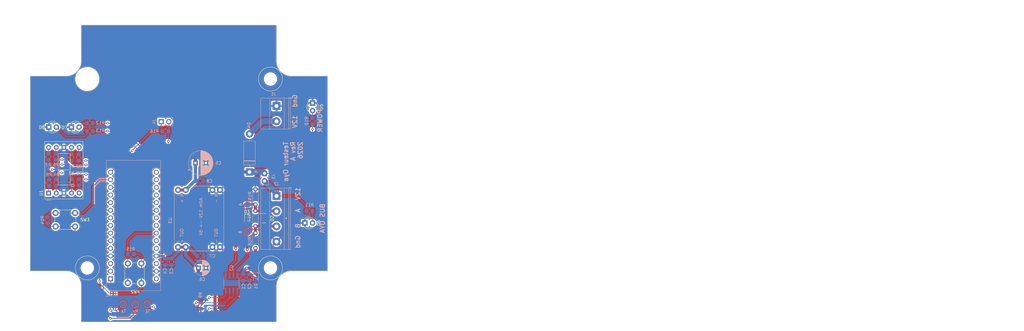
<source format=kicad_pcb>
(kicad_pcb (version 20221018) (generator pcbnew)
  (title_block (date "2025-12-06") (rev "A0"))
  (layers (0 "F.Cu" signal) (31 "B.Cu" signal) (34 "B.Paste" user) (35 "F.Paste" user) (36 "B.SilkS" user "B.Silkscreen") (37 "F.SilkS" user "F.Silkscreen") (38 "B.Mask" user) (39 "F.Mask" user) (44 "Edge.Cuts" user))
  (net 0 "")
  (net 1 "TX")
  (net 3 "RX")
  (net 7 "GND")
  (net 8 "Net-(A1-A1)")
  (net 9 "SEG_E")
  (net 10 "Net-(A1-A2)")
  (net 11 "SEG_D")
  (net 13 "SEG_C")
  (net 15 "SEG_DP")
  (net 16 "SELECT")
  (net 17 "SEG_B")
  (net 19 "SEG_A")
  (net 21 "SEG_F")
  (net 22 "+5V")
  (net 23 "SEG_G")
  (net 25 "TX_EN")
  (net 26 "CHANGE_ADDRESS")
  (net 28 "ON_OFF")
  (net 30 "POWER_12V")
  (net 31 "BUS_A")
  (net 32 "BUS_B")
  (net 33 "Net-(D4-A)")
  (net 34 "Net-(J2-Pin_1)")
  (net 35 "Net-(U1-A)")
  (net 36 "Net-(U1-B)")
  (net 37 "Net-(U1-C)")
  (net 38 "Net-(U1-D)")
  (net 39 "Net-(U1-E)")
  (net 40 "Net-(U1-G)")
  (net 41 "Net-(U1-DP)")
  (net 42 "Net-(D5-A)")
  (net 43 "Net-(D6-A)")
  (net 44 "Net-(D7-A)")
  (net 45 "Net-(D8-A)")
  (net 46 "Net-(U1-F)")
  (footprint "bpc:BPC_Trou4mm_Fixation" (layer "F.Cu") (at 118 144)
    (fp_text reference "X4" hide)
    (fp_text value "Trou")
  )
  (footprint "LED_THT:LED_D3.0mm_FlatTop" (layer "F.Cu") (at 44.18 97.04)
    (fp_text reference "D8")
    (fp_text value "LED Verte")
  )
  (footprint "LED_THT:LED_D3.0mm_FlatTop" (layer "F.Cu") (at 132 89 -90)
    (fp_text reference "D5")
    (fp_text value "LED Rouge")
  )
  (footprint "Package_TO_SOT_SMD:SOT-23" (layer "F.Cu") (at 115.8525 127.42)
    (fp_text reference "D2")
    (fp_text value "SM712_SOT23")
  )
  (footprint "LED_THT:LED_D3.0mm_FlatTop" (layer "F.Cu") (at 129.46 129)
    (fp_text reference "D6")
    (fp_text value "LED Verte")
  )
  (footprint "bpc:BPC_Trou4mm_Fixation" (layer "F.Cu") (at 57 81)
    (fp_text reference "X1" hide)
    (fp_text value "Trou")
  )
  (footprint "Diode_SMD:D_SOD-323" (layer "F.Cu") (at 110.19 127.7125 -90)
    (fp_text reference "D3")
    (fp_text value "SD12_SOD323")
  )
  (footprint "LED_THT:LED_D3.0mm_FlatTop" (layer "F.Cu") (at 51.72 97.04)
    (fp_text reference "D7")
    (fp_text value "LED Verte")
  )
  (footprint "Button_Switch_THT:SW_PUSH_6mm" (layer "F.Cu") (at 52.94 130.17 180)
    (fp_text reference "SW3")
    (fp_text value "Address")
  )
  (footprint "Button_Switch_THT:SW_PUSH_6mm" (layer "F.Cu") (at 75 142.5 -90)
    (fp_text reference "SW4")
    (fp_text value "Select")
  )
  (footprint "bpc:BPC_Trou4mm_Fixation" (layer "F.Cu") (at 118 81)
    (fp_text reference "X2" hide)
    (fp_text value "Trou")
  )
  (footprint "bpc:BPC_Trou4mm_Fixation" (layer "F.Cu") (at 57 144)
    (fp_text reference "X3" hide)
    (fp_text value "Trou")
  )
  (footprint "bpc:BPC_7SEG_D1X8K" (layer "F.Cu") (at 44.13 119.04 90)
    (fp_text reference "U1")
    (fp_text value "D148K")
  )
  (footprint "Connector_PinHeader_2.54mm:PinHeader_1x02_P2.54mm_Vertical" (layer "B.Cu") (at 81.605 95.23 -90)
    (fp_text reference "J4")
    (fp_text value "ON_OFF")
  )
  (footprint "TestPoint:TestPoint_Pad_D2.0mm" (layer "B.Cu") (at 110.34 122.84 -90)
    (fp_text reference "TP5" hide)
    (fp_text value "A")
  )
  (footprint "Resistor_SMD:R_0805_2012Metric_Pad1.20x1.40mm_HandSolder" (layer "B.Cu") (at 51.81 115.45 -90)
    (fp_text reference "R3")
    (fp_text value "R")
  )
  (footprint "Capacitor_SMD:C_0805_2012Metric_Pad1.18x1.45mm_HandSolder" (layer "B.Cu") (at 108.9 147.1875 -90)
    (fp_text reference "C1")
    (fp_text value "1µF")
  )
  (footprint "Resistor_THT:R_Axial_DIN0204_L3.6mm_D1.6mm_P5.08mm_Horizontal" (layer "B.Cu") (at 112.97 130.06 90)
    (fp_text reference "R17")
    (fp_text value "120")
  )
  (footprint "Diode_THT:D_DO-15_P12.70mm_Horizontal" (layer "B.Cu") (at 111 112 90)
    (fp_text reference "D4")
    (fp_text value "SR560")
  )
  (footprint "Resistor_SMD:R_0805_2012Metric_Pad1.20x1.40mm_HandSolder" (layer "B.Cu") (at 54.26 115.42 -90)
    (fp_text reference "R8")
    (fp_text value "R")
  )
  (footprint "Resistor_SMD:R_0805_2012Metric_Pad1.20x1.40mm_HandSolder" (layer "B.Cu") (at 46.68 115.52 -90)
    (fp_text reference "R4")
    (fp_text value "R")
  )
  (footprint "Capacitor_THT:CP_Radial_D8.0mm_P3.50mm" (layer "B.Cu") (at 93 109)
    (fp_text reference "C5")
    (fp_text value "100µF")
  )
  (footprint "Resistor_SMD:R_0805_2012Metric_Pad1.20x1.40mm_HandSolder" (layer "B.Cu") (at 131 125.02)
    (fp_text reference "R11")
    (fp_text value "1k")
  )
  (footprint "TestPoint:TestPoint_Pad_D2.0mm" (layer "B.Cu") (at 68.99 156.11 180)
    (fp_text reference "TP2" hide)
    (fp_text value "Tx")
  )
  (footprint "Resistor_SMD:R_0805_2012Metric_Pad1.20x1.40mm_HandSolder" (layer "B.Cu") (at 43.77 128.02 90)
    (fp_text reference "R14")
    (fp_text value "100k")
  )
  (footprint "TestPoint:TestPoint_Pad_D2.0mm" (layer "B.Cu") (at 110.29 132.03 -90)
    (fp_text reference "TP4" hide)
    (fp_text value "B")
  )
  (footprint "Resistor_SMD:R_0805_2012Metric_Pad1.20x1.40mm_HandSolder" (layer "B.Cu") (at 82.99 98.44 180)
    (fp_text reference "R16")
    (fp_text value "100k")
  )
  (footprint "Capacitor_SMD:C_0805_2012Metric_Pad1.18x1.45mm_HandSolder" (layer "B.Cu") (at 111.03 147.175 90)
    (fp_text reference "C2")
    (fp_text value "1nF")
  )
  (footprint "Diode_SMD:D_SOD-323" (layer "B.Cu") (at 113.11 147.21 -90)
    (fp_text reference "D1")
    (fp_text value "SD12_SOD323")
  )
  (footprint "TerminalBlock_Phoenix:TerminalBlock_Phoenix_MKDS-1,5-2-5.08_1x02_P5.08mm_Horizontal" (layer "B.Cu") (at 120 90 -90)
    (fp_text reference "J1")
    (fp_text value "Power")
  )
  (footprint "Resistor_SMD:R_0805_2012Metric_Pad1.20x1.40mm_HandSolder" (layer "B.Cu") (at 44.27 115.57 -90)
    (fp_text reference "R5")
    (fp_text value "R")
  )
  (footprint "Resistor_SMD:R_0805_2012Metric_Pad1.20x1.40mm_HandSolder" (layer "B.Cu") (at 71.47 139.36 180)
    (fp_text reference "R15")
    (fp_text value "100k")
  )
  (footprint "Resistor_THT:R_Axial_DIN0204_L3.6mm_D1.6mm_P5.08mm_Horizontal" (layer "B.Cu") (at 112.99 137.41 90)
    (fp_text reference "R18")
    (fp_text value "4.7k")
  )
  (footprint "bpc:BPC_MAX485E_SOIC127P600X175-8N" (layer "B.Cu") (at 105.015 149.0525 90)
    (fp_text reference "U2")
    (fp_text value "MAX485E")
  )
  (footprint "Capacitor_SMD:C_0805_2012Metric_Pad1.18x1.45mm_HandSolder" (layer "B.Cu") (at 94.652651 140)
    (fp_text reference "C7")
    (fp_text value "100nF")
  )
  (footprint "Resistor_THT:R_Axial_DIN0204_L3.6mm_D1.6mm_P5.08mm_Horizontal" (layer "B.Cu") (at 112.99 122.83 90)
    (fp_text reference "R19")
    (fp_text value "4.7k")
  )
  (footprint "bpc:BPC_Arduino_Nano" (layer "B.Cu") (at 64.76 147.62)
    (fp_text reference "A1")
    (fp_text value "Arduino_Nano_v3.x")
  )
  (footprint "Resistor_SMD:R_0805_2012Metric_Pad1.20x1.40mm_HandSolder" (layer "B.Cu") (at 57.85 98.36 180)
    (fp_text reference "R13")
    (fp_text value "1k")
  )
  (footprint "Resistor_SMD:R_0805_2012Metric_Pad1.20x1.40mm_HandSolder" (layer "B.Cu") (at 44.08 106.9 90)
    (fp_text reference "R7")
    (fp_text value "R")
  )
  (footprint "Resistor_SMD:R_0805_2012Metric_Pad1.20x1.40mm_HandSolder" (layer "B.Cu") (at 94.81 156.61 -90)
    (fp_text reference "R9")
    (fp_text value "100k")
  )
  (footprint "Resistor_SMD:R_0805_2012Metric_Pad1.20x1.40mm_HandSolder" (layer "B.Cu") (at 132 95 90)
    (fp_text reference "R10")
    (fp_text value "1k")
  )
  (footprint "Resistor_SMD:R_0805_2012Metric_Pad1.20x1.40mm_HandSolder" (layer "B.Cu") (at 46.53 106.94 90)
    (fp_text reference "R6")
    (fp_text value "R")
  )
  (footprint "Resistor_SMD:R_0805_2012Metric_Pad1.20x1.40mm_HandSolder" (layer "B.Cu") (at 51.72 107.17 90)
    (fp_text reference "R1")
    (fp_text value "R")
  )
  (footprint "Capacitor_SMD:C_0805_2012Metric_Pad1.18x1.45mm_HandSolder" (layer "B.Cu") (at 82.92 141.9575 -90)
    (fp_text reference "C4")
    (fp_text value "1µF")
  )
  (footprint "Resistor_SMD:R_0805_2012Metric_Pad1.20x1.40mm_HandSolder" (layer "B.Cu") (at 57.8 95.7 180)
    (fp_text reference "R12")
    (fp_text value "1k")
  )
  (footprint "Connector_PinHeader_2.54mm:PinHeader_1x02_P2.54mm_Vertical" (layer "B.Cu") (at 116 112.46 180)
    (fp_text reference "J3")
    (fp_text value "Power_Bus")
  )
  (footprint "Capacitor_SMD:C_0805_2012Metric_Pad1.18x1.45mm_HandSolder" (layer "B.Cu") (at 85 141.9625 90)
    (fp_text reference "C3")
    (fp_text value "1nF")
  )
  (footprint "Capacitor_SMD:C_0805_2012Metric_Pad1.18x1.45mm_HandSolder" (layer "B.Cu") (at 94.652651 115)
    (fp_text reference "C8")
    (fp_text value "100nF")
  )
  (footprint "TerminalBlock_Phoenix:TerminalBlock_Phoenix_MKDS-1,5-4-5.08_1x04_P5.08mm_Horizontal" (layer "B.Cu") (at 120 120 -90)
    (fp_text reference "J2")
    (fp_text value "Bus Oya")
  )
  (footprint "Capacitor_THT:CP_Radial_D5.0mm_P2.50mm" (layer "B.Cu") (at 94 144)
    (fp_text reference "C6")
    (fp_text value "10µF")
  )
  (footprint "TestPoint:TestPoint_Pad_D2.0mm" (layer "B.Cu") (at 72.99 156.11 180)
    (fp_text reference "TP1" hide)
    (fp_text value "Rx")
  )
  (footprint "bpc:BPC_Alim5V" (layer "B.Cu") (at 87.222651 118 -90)
    (fp_text reference "U3")
    (fp_text value "BPC_Alim5V" hide)
  )
  (footprint "TestPoint:TestPoint_Pad_D2.0mm" (layer "B.Cu") (at 76.99 156.11 180)
    (fp_text reference "TP3" hide)
    (fp_text value "TE")
  )
  (footprint "Resistor_SMD:R_0805_2012Metric_Pad1.20x1.40mm_HandSolder" (layer "B.Cu") (at 54.15 107.22 90)
    (fp_text reference "R2")
    (fp_text value "R")
  )
  (gr_line (start 125 80) (end 137 80) (stroke (width 0.15)) (layer "Edge.Cuts"))
  (gr_line (start 55 75) (end 55 63) (stroke (width 0.15)) (layer "Edge.Cuts"))
  (gr_line (start 125 145) (end 137 145) (stroke (width 0.15)) (layer "Edge.Cuts"))
  (gr_line (start 120 162) (end 55 162) (stroke (width 0.15)) (layer "Edge.Cuts"))
  (gr_arc (start 125 80) (mid 121.375896 78.47625) (end 119.998076 74.794191) (stroke (width 0.15)) (layer "Edge.Cuts"))
  (gr_line (start 120 63) (end 55 63) (stroke (width 0.15)) (layer "Edge.Cuts"))
  (gr_line (start 50 145) (end 38 145) (stroke (width 0.15)) (layer "Edge.Cuts"))
  (gr_line (start 120 150) (end 120 162) (stroke (width 0.15)) (layer "Edge.Cuts"))
  (gr_line (start 119.998076 74.794191) (end 120 63) (stroke (width 0.15)) (layer "Edge.Cuts"))
  (gr_arc (start 120 150) (mid 121.464466 146.464466) (end 125 145) (stroke (width 0.15)) (layer "Edge.Cuts"))
  (gr_line (start 50 80) (end 38 80) (stroke (width 0.15)) (layer "Edge.Cuts"))
  (gr_line (start 55 150) (end 55 162) (stroke (width 0.15)) (layer "Edge.Cuts"))
  (gr_arc (start 50 145) (mid 53.535534 146.464466) (end 55 150) (stroke (width 0.15)) (layer "Edge.Cuts"))
  (gr_line (start 137 145) (end 137 80) (stroke (width 0.15)) (layer "Edge.Cuts"))
  (gr_line (start 38 145) (end 38 80) (stroke (width 0.15)) (layer "Edge.Cuts"))
  (gr_arc (start 55 75) (mid 53.535534 78.535534) (end 50 80) (stroke (width 0.15)) (layer "Edge.Cuts"))
  (gr_text "Tx" (at 70 159) (layer "B.SilkS") (effects (font (size 1 1)) (justify left bottom mirror)))
  (gr_text "Testeur Oya\nRev A\n2026" (at 128.8 101.7 90) (layer "B.SilkS") (effects (font (size 1.5 1.5) (thickness 0.3) bold) (justify left bottom mirror)))
  (gr_text "12V" (at 127 93 90) (layer "B.SilkS") (effects (font (size 1.5 1.5) (thickness 0.3) bold) (justify left bottom mirror)))
  (gr_text "B" (at 108.56 131.46 90) (layer "B.SilkS") (effects (font (size 1 1)) (justify left bottom mirror)))
  (gr_text "BUS OYA" (at 136.19 122.38 90) (layer "B.SilkS") (effects (font (size 1.5 1.5) (thickness 0.3) bold) (justify left bottom mirror)))
  (gr_text "POWER" (at 135.33 90.9 90) (layer "B.SilkS") (effects (font (size 1.5 1.5) (thickness 0.3) bold) (justify left bottom mirror)))
  (gr_text "A" (at 108.54 122.32 90) (layer "B.SilkS") (effects (font (size 1 1)) (justify left bottom mirror)))
  (gr_text "B" (at 128 129 90) (layer "B.SilkS") (effects (font (size 1.5 1.5) (thickness 0.3) bold) (justify left bottom mirror)))
  (gr_text "12V" (at 128 117 90) (layer "B.SilkS") (effects (font (size 1.5 1.5) (thickness 0.3) bold) (justify left bottom mirror)))
  (gr_text "TE" (at 77.99 159.11) (layer "B.SilkS") (effects (font (size 1 1)) (justify left bottom mirror)))
  (gr_text "A" (at 128 124 90) (layer "B.SilkS") (effects (font (size 1.5 1.5) (thickness 0.3) bold) (justify left bottom mirror)))
  (gr_text "Gnd" (at 128 133 90) (layer "B.SilkS") (effects (font (size 1.5 1.5) (thickness 0.3) bold) (justify left bottom mirror)))
  (gr_text "Rx" (at 74.03 159) (layer "B.SilkS") (effects (font (size 1 1)) (justify left bottom mirror)))
  (gr_text "Gnd" (at 127 86 90) (layer "B.SilkS") (effects (font (size 1.5 1.5) (thickness 0.3) bold) (justify left bottom mirror)))
  (segment (start 64.76 158.15) (end 64.76 158.08) (width 0.25) (layer "F.Cu") (net 1))
  (segment (start 94.79 159.3) (end 93.73 160.36) (width 0.25) (layer "F.Cu") (net 1))
  (segment (start 64.76 158.08) (end 64.76 147.62) (width 0.25) (layer "F.Cu") (net 1))
  (segment (start 97.58 153.88) (end 94.79 156.67) (width 0.25) (layer "F.Cu") (net 1))
  (segment (start 66.97 160.36) (end 64.76 158.15) (width 0.25) (layer "F.Cu") (net 1))
  (segment (start 93.73 160.36) (end 66.97 160.36) (width 0.25) (layer "F.Cu") (net 1))
  (segment (start 94.79 156.67) (end 94.79 159.3) (width 0.25) (layer "F.Cu") (net 1))
  (via (at 97.58 153.88) (size 0.8) (drill 0.4) (layers "F.Cu" "B.Cu") (net 1))
  (via (at 64.76 158.08) (size 0.8) (drill 0.4) (layers "F.Cu" "B.Cu") (net 1))
  (segment (start 103.11 151.5275) (end 103.11 152.97) (width 0.25) (layer "B.Cu") (net 1))
  (segment (start 102.19 153.89) (end 97.59 153.89) (width 0.25) (layer "B.Cu") (net 1))
  (segment (start 68.99 156.11) (end 67.02 158.08) (width 0.25) (layer "B.Cu") (net 1))
  (segment (start 67.02 158.08) (end 64.76 158.08) (width 0.25) (layer "B.Cu") (net 1))
  (segment (start 103.11 152.97) (end 102.19 153.89) (width 0.25) (layer "B.Cu") (net 1))
  (segment (start 97.59 153.89) (end 97.58 153.88) (width 0.25) (layer "B.Cu") (net 1))
  (segment (start 63.42 145.09) (end 63.42 145.08) (width 0.25) (layer "F.Cu") (net 3))
  (segment (start 62.31 146.2) (end 63.42 145.09) (width 0.25) (layer "F.Cu") (net 3))
  (segment (start 64.76 145.08) (end 63.42 145.08) (width 0.25) (layer "F.Cu") (net 3))
  (segment (start 97.59 157.52) (end 97.59 157.54) (width 0.25) (layer "F.Cu") (net 3))
  (segment (start 94.32 160.81) (end 64.76 160.81) (width 0.25) (layer "F.Cu") (net 3))
  (segment (start 62.31 146.2) (end 62.31 158.36) (width 0.25) (layer "F.Cu") (net 3))
  (segment (start 97.59 157.54) (end 94.32 160.81) (width 0.25) (layer "F.Cu") (net 3))
  (segment (start 62.31 158.36) (end 64.76 160.81) (width 0.25) (layer "F.Cu") (net 3))
  (via (at 97.59 157.52) (size 0.8) (drill 0.4) (layers "F.Cu" "B.Cu") (net 3))
  (via (at 64.76 160.81) (size 0.8) (drill 0.4) (layers "F.Cu" "B.Cu") (net 3))
  (segment (start 64.78 160.79) (end 64.76 160.81) (width 0.25) (layer "B.Cu") (net 3))
  (segment (start 106.92 151.5275) (end 106.92 153.51) (width 0.25) (layer "B.Cu") (net 3))
  (segment (start 102.91 157.52) (end 97.59 157.52) (width 0.25) (layer "B.Cu") (net 3))
  (segment (start 71.04 160.79) (end 64.78 160.79) (width 0.25) (layer "B.Cu") (net 3))
  (segment (start 72.99 158.84) (end 71.04 160.79) (width 0.25) (layer "B.Cu") (net 3))
  (segment (start 106.92 153.51) (end 102.91 157.52) (width 0.25) (layer "B.Cu") (net 3))
  (segment (start 72.99 156.11) (end 72.99 158.84) (width 0.25) (layer "B.Cu") (net 3))
  (segment (start 116.79 127.42) (end 123.19 127.42) (width 0.25) (layer "F.Cu") (net 7))
  (via (at 123.19 127.42) (size 0.8) (drill 0.4) (layers "F.Cu" "B.Cu") (net 7))
  (segment (start 113.0625 148.2125) (end 113.11 148.26) (width 0.25) (layer "B.Cu") (net 7))
  (segment (start 111.0175 148.225) (end 111.03 148.2125) (width 0.25) (layer "B.Cu") (net 7))
  (segment (start 111.03 148.2125) (end 113.0625 148.2125) (width 0.25) (layer "B.Cu") (net 7))
  (segment (start 108.9 148.225) (end 111.0175 148.225) (width 0.25) (layer "B.Cu") (net 7))
  (segment (start 77.02 105.96) (end 66.81 95.75) (width 0.25) (layer "F.Cu") (net 8))
  (segment (start 80 122.22) (end 78.44 122.22) (width 0.25) (layer "F.Cu") (net 8))
  (segment (start 78.44 122.22) (end 77.02 120.8) (width 0.25) (layer "F.Cu") (net 8))
  (segment (start 77.02 120.8) (end 77.02 105.96) (width 0.25) (layer "F.Cu") (net 8))
  (segment (start 66.81 95.75) (end 63.76 95.75) (width 0.25) (layer "F.Cu") (net 8))
  (via (at 63.76 95.75) (size 0.8) (drill 0.4) (layers "F.Cu" "B.Cu") (net 8))
  (segment (start 58.8 95.7) (end 63.71 95.7) (width 0.25) (layer "B.Cu") (net 8))
  (segment (start 63.71 95.7) (end 63.76 95.75) (width 0.25) (layer "B.Cu") (net 8))
  (segment (start 61.2 112.042792) (end 61.16 112.082792) (width 0.25) (layer "F.Cu") (net 9))
  (segment (start 61.2 112.122792) (end 61.2 128.61) (width 0.25) (layer "F.Cu") (net 9))
  (segment (start 45.32 111.12) (end 50.35 111.12) (width 0.25) (layer "F.Cu") (net 9))
  (segment (start 50.82 111.59) (end 60.747208 111.59) (width 0.25) (layer "F.Cu") (net 9))
  (segment (start 61.2 128.61) (end 62.44 129.85) (width 0.25) (layer "F.Cu") (net 9))
  (segment (start 50.35 111.12) (end 50.82 111.59) (width 0.25) (layer "F.Cu") (net 9))
  (segment (start 61.16 112.082792) (end 61.2 112.122792) (width 0.25) (layer "F.Cu") (net 9))
  (segment (start 60.747208 111.59) (end 61.2 112.042792) (width 0.25) (layer "F.Cu") (net 9))
  (segment (start 62.45 129.84) (end 64.76 129.84) (width 0.25) (layer "F.Cu") (net 9))
  (segment (start 62.44 129.85) (end 62.45 129.84) (width 0.25) (layer "F.Cu") (net 9))
  (via (at 45.32 111.12) (size 0.8) (drill 0.4) (layers "F.Cu" "B.Cu") (net 9))
  (segment (start 44.27 112.17) (end 45.32 111.12) (width 0.25) (layer "B.Cu") (net 9))
  (segment (start 44.27 114.57) (end 44.27 112.17) (width 0.25) (layer "B.Cu") (net 9))
  (segment (start 74.77 118.580991) (end 74.76 118.590991) (width 0.25) (layer "F.Cu") (net 10))
  (segment (start 74.76 118.590991) (end 74.76 121.01) (width 0.25) (layer "F.Cu") (net 10))
  (segment (start 67.62 98.36) (end 74.77 105.51) (width 0.25) (layer "F.Cu") (net 10))
  (segment (start 74.76 121.01) (end 78.51 124.76) (width 0.25) (layer "F.Cu") (net 10))
  (segment (start 63.68 98.36) (end 67.62 98.36) (width 0.25) (layer "F.Cu") (net 10))
  (segment (start 74.77 105.51) (end 74.77 118.580991) (width 0.25) (layer "F.Cu") (net 10))
  (segment (start 78.51 124.76) (end 80 124.76) (width 0.25) (layer "F.Cu") (net 10))
  (via (at 63.68 98.36) (size 0.8) (drill 0.4) (layers "F.Cu" "B.Cu") (net 10))
  (segment (start 58.85 98.36) (end 63.68 98.36) (width 0.25) (layer "B.Cu") (net 10))
  (segment (start 60.75 112.48) (end 60.31 112.04) (width 0.25) (layer "F.Cu") (net 11))
  (segment (start 64.76 132.38) (end 62.96 132.38) (width 0.25) (layer "F.Cu") (net 11))
  (segment (start 60.31 112.04) (end 53.02 112.04) (width 0.25) (layer "F.Cu") (net 11))
  (segment (start 52.8 112.26) (end 48.5 112.26) (width 0.25) (layer "F.Cu") (net 11))
  (segment (start 53.02 112.04) (end 52.8 112.26) (width 0.25) (layer "F.Cu") (net 11))
  (segment (start 62.96 132.38) (end 60.75 130.17) (width 0.25) (layer "F.Cu") (net 11))
  (segment (start 60.75 130.17) (end 60.75 112.48) (width 0.25) (layer "F.Cu") (net 11))
  (via (at 48.5 112.26) (size 0.8) (drill 0.4) (layers "F.Cu" "B.Cu") (net 11))
  (segment (start 47.39 112.26) (end 48.5 112.26) (width 0.25) (layer "B.Cu") (net 11))
  (segment (start 46.68 112.97) (end 47.39 112.26) (width 0.25) (layer "B.Cu") (net 11))
  (segment (start 46.68 114.52) (end 46.68 112.97) (width 0.25) (layer "B.Cu") (net 11))
  (segment (start 60.3 113.66) (end 60.3 133.2) (width 0.25) (layer "F.Cu") (net 13))
  (segment (start 60.3 133.2) (end 62.02 134.92) (width 0.25) (layer "F.Cu") (net 13))
  (segment (start 56.56 112.9) (end 59.54 112.9) (width 0.25) (layer "F.Cu") (net 13))
  (segment (start 59.54 112.9) (end 60.3 113.66) (width 0.25) (layer "F.Cu") (net 13))
  (segment (start 62.02 134.92) (end 64.76 134.92) (width 0.25) (layer "F.Cu") (net 13))
  (via (at 56.56 112.9) (size 0.8) (drill 0.4) (layers "F.Cu" "B.Cu") (net 13))
  (segment (start 52.34 112.9) (end 56.56 112.9) (width 0.25) (layer "B.Cu") (net 13))
  (segment (start 51.81 113.43) (end 52.34 112.9) (width 0.25) (layer "B.Cu") (net 13))
  (segment (start 51.81 114.45) (end 51.81 113.43) (width 0.25) (layer "B.Cu") (net 13))
  (segment (start 59.85 115.21) (end 59.85 134.615) (width 0.25) (layer "F.Cu") (net 15))
  (segment (start 59.06 114.42) (end 59.85 115.21) (width 0.25) (layer "F.Cu") (net 15))
  (segment (start 62.695 137.46) (end 64.76 137.46) (width 0.25) (layer "F.Cu") (net 15))
  (segment (start 56.57 114.42) (end 59.06 114.42) (width 0.25) (layer "F.Cu") (net 15))
  (segment (start 59.85 134.615) (end 62.695 137.46) (width 0.25) (layer "F.Cu") (net 15))
  (via (at 56.57 114.42) (size 0.8) (drill 0.4) (layers "F.Cu" "B.Cu") (net 15))
  (segment (start 54.26 114.42) (end 56.57 114.42) (width 0.25) (layer "B.Cu") (net 15))
  (segment (start 70.5 142.5) (end 70.5 149) (width 0.25) (layer "F.Cu") (net 16))
  (segment (start 72.92 132.38) (end 80 132.38) (width 0.25) (layer "B.Cu") (net 16))
  (segment (start 70.47 134.83) (end 72.92 132.38) (width 0.25) (layer "B.Cu") (net 16))
  (segment (start 70.5 142.5) (end 70.5 139.39) (width 0.25) (layer "B.Cu") (net 16))
  (segment (start 70.47 139.36) (end 70.47 134.83) (width 0.25) (layer "B.Cu") (net 16))
  (segment (start 70.5 139.39) (end 70.47 139.36) (width 0.25) (layer "B.Cu") (net 16))
  (segment (start 63.68 119.68) (end 63 119) (width 0.25) (layer "F.Cu") (net 17))
  (segment (start 64.76 119.68) (end 63.68 119.68) (width 0.25) (layer "F.Cu") (net 17))
  (segment (start 63 119) (end 63 111) (width 0.25) (layer "F.Cu") (net 17))
  (segment (start 61.11 108.22) (end 56.5 108.22) (width 0.25) (layer "F.Cu") (net 17))
  (segment (start 63 110.11) (end 61.11 108.22) (width 0.25) (layer "F.Cu") (net 17))
  (segment (start 63 111) (end 63 110.11) (width 0.25) (layer "F.Cu") (net 17))
  (via (at 56.5 108.22) (size 0.8) (drill 0.4) (layers "F.Cu" "B.Cu") (net 17))
  (segment (start 56.5 108.22) (end 54.15 108.22) (width 0.25) (layer "B.Cu") (net 17))
  (segment (start 61.69 109.65) (end 62.55 110.51) (width 0.25) (layer "F.Cu") (net 19))
  (segment (start 62.55 110.51) (end 62.55 121.31) (width 0.25) (layer "F.Cu") (net 19))
  (segment (start 62.55 121.31) (end 62.56 121.31) (width 0.25) (layer "F.Cu") (net 19))
  (segment (start 56.53 109.65) (end 61.69 109.65) (width 0.25) (layer "F.Cu") (net 19))
  (segment (start 62.56 121.31) (end 63.47 122.22) (width 0.25) (layer "F.Cu") (net 19))
  (segment (start 63.47 122.22) (end 64.76 122.22) (width 0.25) (layer "F.Cu") (net 19))
  (via (at 56.53 109.65) (size 0.8) (drill 0.4) (layers "F.Cu" "B.Cu") (net 19))
  (segment (start 51.72 108.89) (end 51.72 108.95) (width 0.25) (layer "B.Cu") (net 19))
  (segment (start 51.72 108.86) (end 51.72 108.89) (width 0.25) (layer "B.Cu") (net 19))
  (segment (start 51.72 108.95) (end 52.42 109.65) (width 0.25) (layer "B.Cu") (net 19))
  (segment (start 51.72 108.17) (end 51.72 108.86) (width 0.25) (layer "B.Cu") (net 19))
  (segment (start 52.42 109.65) (end 56.53 109.65) (width 0.25) (layer "B.Cu") (net 19))
  (segment (start 49.51 107.95) (end 48.56 107.95) (width 0.25) (layer "F.Cu") (net 21))
  (segment (start 54.22 110.69) (end 52.25 110.69) (width 0.25) (layer "F.Cu") (net 21))
  (segment (start 62.1 115.98) (end 62.1 111.67) (width 0.25) (layer "F.Cu") (net 21))
  (segment (start 52.25 110.69) (end 49.51 107.95) (width 0.25) (layer "F.Cu") (net 21))
  (segment (start 62.1 111.67) (end 61.12 110.69) (width 0.25) (layer "F.Cu") (net 21))
  (segment (start 62.1 123.17) (end 62.1 115.98) (width 0.25) (layer "F.Cu") (net 21))
  (segment (start 63.69 124.76) (end 62.1 123.17) (width 0.25) (layer "F.Cu") (net 21))
  (segment (start 61.12 110.69) (end 54.22 110.69) (width 0.25) (layer "F.Cu") (net 21))
  (segment (start 64.76 124.76) (end 63.69 124.76) (width 0.25) (layer "F.Cu") (net 21))
  (via (at 48.56 107.95) (size 0.8) (drill 0.4) (layers "F.Cu" "B.Cu") (net 21))
  (segment (start 46.54 107.95) (end 46.53 107.94) (width 0.25) (layer "B.Cu") (net 21))
  (segment (start 48.56 107.95) (end 46.54 107.95) (width 0.25) (layer "B.Cu") (net 21))
  (segment (start 77.5 140) (end 80 140) (width 0.25) (layer "F.Cu") (net 22))
  (segment (start 99.53 151.26) (end 99.53 157.93) (width 1) (layer "F.Cu") (net 22))
  (segment (start 112.99 137.41) (end 112.99 145.76) (width 1) (layer "F.Cu") (net 22))
  (segment (start 61.14 140.7) (end 52.94 132.5) (width 0.25) (layer "F.Cu") (net 22))
  (segment (start 110.06 144.06) (end 111.29 144.06) (width 1) (layer "F.Cu") (net 22))
  (segment (start 94 145.73) (end 99.53 151.26) (width 1) (layer "F.Cu") (net 22))
  (segment (start 52.94 130.17) (end 46.44 130.17) (width 0.25) (layer "F.Cu") (net 22))
  (segment (start 83.94 101.77) (end 83.94 138.52) (width 0.25) (layer "F.Cu") (net 22))
  (segment (start 112.99 145.76) (end 117.36 150.13) (width 1) (layer "F.Cu") (net 22))
  (segment (start 83.94 138.52) (end 82.46 140) (width 0.25) (layer "F.Cu") (net 22))
  (segment (start 94 144) (end 94 145.73) (width 1) (layer "F.Cu") (net 22))
  (segment (start 82.46 140) (end 80 140) (width 0.25) (layer "F.Cu") (net 22))
  (segment (start 115.31 160.39) (end 101.99 160.39) (width 1) (layer "F.Cu") (net 22))
  (segment (start 61.14 148.36) (end 61.14 140.7) (width 0.25) (layer "F.Cu") (net 22))
  (segment (start 75 142.5) (end 77.5 140) (width 0.25) (layer "F.Cu") (net 22))
  (segment (start 99.53 157.93) (end 101.99 160.39) (width 1) (layer "F.Cu") (net 22))
  (segment (start 75 142.5) (end 75 149) (width 0.25) (layer "F.Cu") (net 22))
  (segment (start 111.29 144.06) (end 112.99 145.76) (width 1) (layer "F.Cu") (net 22))
  (segment (start 117.36 158.34) (end 115.31 160.39) (width 1) (layer "F.Cu") (net 22))
  (segment (start 52.94 132.5) (end 52.94 130.17) (width 0.25) (layer "F.Cu") (net 22))
  (segment (start 87.222651 137.05) (end 89.762651 137.05) (width 1) (layer "F.Cu") (net 22))
  (segment (start 117.36 150.13) (end 117.36 158.34) (width 1) (layer "F.Cu") (net 22))
  (via (at 83.94 101.77) (size 0.8) (drill 0.4) (layers "F.Cu" "B.Cu") (net 22))
  (via (at 110.06 144.06) (size 0.8) (drill 0.4) (layers "F.Cu" "B.Cu") (net 22))
  (via (at 61.14 148.36) (size 0.8) (drill 0.4) (layers "F.Cu" "B.Cu") (net 22))
  (segment (start 64.46 152.53) (end 61.14 149.21) (width 0.25) (layer "B.Cu") (net 22))
  (segment (start 111.03 146.1375) (end 113.0875 146.1375) (width 0.25) (layer "B.Cu") (net 22))
  (segment (start 83.99 101.72) (end 83.94 101.77) (width 0.25) (layer "B.Cu") (net 22))
  (segment (start 80 140) (end 82 140) (width 1) (layer "B.Cu") (net 22))
  (segment (start 84.995 140.92) (end 85 140.925) (width 1) (layer "B.Cu") (net 22))
  (segment (start 75 149) (end 75 150.91) (width 0.25) (layer "B.Cu") (net 22))
  (segment (start 89.762651 137.05) (end 89.762651 139.762651) (width 1) (layer "B.Cu") (net 22))
  (segment (start 89.762651 139.762651) (end 94 144) (width 1) (layer "B.Cu") (net 22))
  (segment (start 90.665151 137.05) (end 93.615151 140) (width 1) (layer "B.Cu") (net 22))
  (segment (start 83.99 98.44) (end 83.99 101.72) (width 0.25) (layer "B.Cu") (net 22))
  (segment (start 74.27 139.36) (end 75 140.09) (width 0.25) (layer "B.Cu") (net 22))
  (segment (start 44.15 130.17) (end 43.77 129.79) (width 0.25) (layer "B.Cu") (net 22))
  (segment (start 82 140) (end 82.92 140.92) (width 1) (layer "B.Cu") (net 22))
  (segment (start 113.0875 146.1375) (end 113.11 146.16) (width 0.25) (layer "B.Cu") (net 22))
  (segment (start 84.145 98.285) (end 84.145 95.23) (width 0.25) (layer "B.Cu") (net 22))
  (segment (start 108.9 146.15) (end 108.9 145.22) (width 1) (layer "B.Cu") (net 22))
  (segment (start 82.92 140.92) (end 84.995 140.92) (width 1) (layer "B.Cu") (net 22))
  (segment (start 61.14 149.21) (end 61.14 148.36) (width 0.25) (layer "B.Cu") (net 22))
  (segment (start 108.9 145.22) (end 110.06 144.06) (width 1) (layer "B.Cu") (net 22))
  (segment (start 85 140.925) (end 87.222651 138.702349) (width 1) (layer "B.Cu") (net 22))
  (segment (start 87.222651 138.702349) (end 87.222651 137.05) (width 1) (layer "B.Cu") (net 22))
  (segment (start 106.92 146.5775) (end 107.0925 146.5775) (width 0.25) (layer "B.Cu") (net 22))
  (segment (start 89.762651 137.05) (end 90.665151 137.05) (width 1) (layer "B.Cu") (net 22))
  (segment (start 75 140.09) (end 75 142.5) (width 0.25) (layer "B.Cu") (net 22))
  (segment (start 73.38 152.53) (end 64.46 152.53) (width 0.25) (layer "B.Cu") (net 22))
  (segment (start 75 150.91) (end 73.38 152.53) (width 0.25) (layer "B.Cu") (net 22))
  (segment (start 111.0175 146.15) (end 111.03 146.1375) (width 0.25) (layer "B.Cu") (net 22))
  (segment (start 43.77 129.79) (end 43.77 129.02) (width 0.25) (layer "B.Cu") (net 22))
  (segment (start 108.9 146.15) (end 107.56 146.15) (width 0.25) (layer "B.Cu") (net 22))
  (segment (start 107.0925 146.5775) (end 107.54 146.13) (width 0.25) (layer "B.Cu") (net 22))
  (segment (start 107.56 146.15) (end 107.54 146.13) (width 0.25) (layer "B.Cu") (net 22))
  (segment (start 83.99 98.44) (end 84.145 98.285) (width 0.25) (layer "B.Cu") (net 22))
  (segment (start 72.47 139.36) (end 74.27 139.36) (width 0.25) (layer "B.Cu") (net 22))
  (segment (start 46.44 130.17) (end 44.15 130.17) (width 0.25) (layer "B.Cu") (net 22))
  (segment (start 108.9 146.15) (end 111.0175 146.15) (width 0.25) (layer "B.Cu") (net 22))
  (segment (start 60.933604 111.14) (end 61.65 111.856396) (width 0.25) (layer "F.Cu") (net 23))
  (segment (start 61.65 126.05) (end 62.9 127.3) (width 0.25) (layer "F.Cu") (net 23))
  (segment (start 48.57 109.49) (end 50.413604 109.49) (width 0.25) (layer "F.Cu") (net 23))
  (segment (start 61.65 111.856396) (end 61.65 126.05) (width 0.25) (layer "F.Cu") (net 23))
  (segment (start 62.9 127.3) (end 64.76 127.3) (width 0.25) (layer "F.Cu") (net 23))
  (segment (start 50.413604 109.49) (end 52.063604 111.14) (width 0.25) (layer "F.Cu") (net 23))
  (segment (start 52.063604 111.14) (end 60.933604 111.14) (width 0.25) (layer "F.Cu") (net 23))
  (via (at 48.57 109.49) (size 0.8) (drill 0.4) (layers "F.Cu" "B.Cu") (net 23))
  (segment (start 44.08 108.6) (end 44.97 109.49) (width 0.25) (layer "B.Cu") (net 23))
  (segment (start 44.97 109.49) (end 48.57 109.49) (width 0.25) (layer "B.Cu") (net 23))
  (segment (start 44.08 108.58) (end 44.08 108.6) (width 0.25) (layer "B.Cu") (net 23))
  (segment (start 44.08 107.9) (end 44.08 108.58) (width 0.25) (layer "B.Cu") (net 23))
  (segment (start 67.27 150) (end 67.27 118.05) (width 0.25) (layer "F.Cu") (net 25))
  (segment (start 92.035 156.865) (end 92.035 159.065) (width 0.25) (layer "F.Cu") (net 25))
  (segment (start 68.26 159.91) (end 66.48 158.13) (width 0.25) (layer "F.Cu") (net 25))
  (segment (start 66.36 117.14) (end 64.76 117.14) (width 0.25) (layer "F.Cu") (net 25))
  (segment (start 93.28 155.62) (end 92.035 156.865) (width 0.25) (layer "F.Cu") (net 25))
  (segment (start 66.48 158.13) (end 66.48 150.79) (width 0.25) (layer "F.Cu") (net 25))
  (segment (start 67.27 118.05) (end 66.36 117.14) (width 0.25) (layer "F.Cu") (net 25))
  (segment (start 81.93 159.91) (end 79.05 157.03) (width 0.25) (layer "F.Cu") (net 25))
  (segment (start 81.93 159.91) (end 68.26 159.91) (width 0.25) (layer "F.Cu") (net 25))
  (segment (start 66.48 150.79) (end 67.27 150) (width 0.25) (layer "F.Cu") (net 25))
  (segment (start 79.05 157.03) (end 79.05 156.98) (width 0.25) (layer "F.Cu") (net 25))
  (segment (start 91.19 159.91) (end 81.93 159.91) (width 0.25) (layer "F.Cu") (net 25))
  (segment (start 92.035 159.065) (end 91.19 159.91) (width 0.25) (layer "F.Cu") (net 25))
  (via (at 93.28 155.62) (size 0.8) (drill 0.4) (layers "F.Cu" "B.Cu") (net 25))
  (via (at 79.05 156.98) (size 0.8) (drill 0.4) (layers "F.Cu" "B.Cu") (net 25))
  (segment (start 93.29 155.61) (end 93.28 155.62) (width 0.25) (layer "B.Cu") (net 25))
  (segment (start 77.86 156.98) (end 76.99 156.11) (width 0.25) (layer "B.Cu") (net 25))
  (segment (start 79.05 156.98) (end 77.86 156.98) (width 0.25) (layer "B.Cu") (net 25))
  (segment (start 104.83 154.07) (end 104.38 154.07) (width 0.25) (layer "B.Cu") (net 25))
  (segment (start 104.38 154.07) (end 102.84 155.61) (width 0.25) (layer "B.Cu") (net 25))
  (segment (start 104.38 151.5275) (end 104.38 154.07) (width 0.25) (layer "B.Cu") (net 25))
  (segment (start 94.81 155.61) (end 93.29 155.61) (width 0.25) (layer "B.Cu") (net 25))
  (segment (start 102.84 155.61) (end 94.81 155.61) (width 0.25) (layer "B.Cu") (net 25))
  (segment (start 105.65 153.25) (end 104.83 154.07) (width 0.25) (layer "B.Cu") (net 25))
  (segment (start 105.65 151.5275) (end 105.65 153.25) (width 0.25) (layer "B.Cu") (net 25))
  (segment (start 46.44 125.67) (end 52.94 125.67) (width 0.25) (layer "F.Cu") (net 26))
  (segment (start 58.84 122.45) (end 58.84 116.89) (width 0.25) (layer "B.Cu") (net 26))
  (segment (start 46.44 125.67) (end 44.47 125.67) (width 0.25) (layer "B.Cu") (net 26))
  (segment (start 44.47 125.67) (end 43.77 126.37) (width 0.25) (layer "B.Cu") (net 26))
  (segment (start 61.13 114.6) (end 64.76 114.6) (width 0.25) (layer "B.Cu") (net 26))
  (segment (start 58.84 116.89) (end 61.13 114.6) (width 0.25) (layer "B.Cu") (net 26))
  (segment (start 52.94 125.67) (end 55.62 125.67) (width 0.25) (layer "B.Cu") (net 26))
  (segment (start 43.77 126.37) (end 43.77 127.02) (width 0.25) (layer "B.Cu") (net 26))
  (segment (start 55.62 125.67) (end 58.84 122.45) (width 0.25) (layer "B.Cu") (net 26))
  (segment (start 64.76 112.06) (end 71.98 104.84) (width 0.25) (layer "F.Cu") (net 28))
  (segment (start 71.98 104.84) (end 71.98 104.8) (width 0.25) (layer "F.Cu") (net 28))
  (via (at 71.98 104.8) (size 0.8) (drill 0.4) (layers "F.Cu" "B.Cu") (net 28))
  (segment (start 78.34 98.44) (end 81.99 98.44) (width 0.25) (layer "B.Cu") (net 28))
  (segment (start 71.98 104.8) (end 78.34 98.44) (width 0.25) (layer "B.Cu") (net 28))
  (segment (start 81.99 98.44) (end 81.605 98.055) (width 0.25) (layer "B.Cu") (net 28))
  (segment (start 81.605 98.055) (end 81.605 95.23) (width 0.25) (layer "B.Cu") (net 28))
  (segment (start 93 109) (end 93 114.762651) (width 1) (layer "F.Cu") (net 30))
  (segment (start 132 106.48) (end 126 112.48) (width 0.25) (layer "F.Cu") (net 30))
  (segment (start 92.98 106.82) (end 93 106.84) (width 1) (layer "F.Cu") (net 30))
  (segment (start 94.38 105.42) (end 92.98 106.82) (width 1) (layer "F.Cu") (net 30))
  (segment (start 93 106.84) (end 93 109) (width 1) (layer "F.Cu") (net 30))
  (segment (start 99.52 105.42) (end 94.38 105.42) (width 1) (layer "F.Cu") (net 30))
  (segment (start 125.98 112.46) (end 116 112.46) (width 0.25) (layer "F.Cu") (net 30))
  (segment (start 126 112.48) (end 125.98 112.46) (width 0.25) (layer "F.Cu") (net 30))
  (segment (start 93 114.762651) (end 89.762651 118) (width 1) (layer "F.Cu") (net 30))
  (segment (start 111 112) (end 106.1 112) (width 1) (layer "F.Cu") (net 30))
  (segment (start 106.1 112) (end 99.52 105.42) (width 1) (layer "F.Cu") (net 30))
  (segment (start 89.762651 118) (end 87.222651 118) (width 1) (layer "F.Cu") (net 30))
  (segment (start 132 97.75) (end 132 106.48) (width 0.25) (layer "F.Cu") (net 30))
  (via (at 132 97.75) (size 0.8) (drill 0.4) (layers "F.Cu" "B.Cu") (net 30))
  (segment (start 132 96) (end 132 97.75) (width 0.25) (layer "B.Cu") (net 30))
  (segment (start 93 114.762651) (end 93 114.384849) (width 1) (layer "B.Cu") (net 30))
  (segment (start 93 109) (end 93 114.384849) (width 1) (layer "B.Cu") (net 30))
  (segment (start 115.54 112) (end 116 112.46) (width 2) (layer "B.Cu") (net 30))
  (segment (start 89.762651 118) (end 93 114.762651) (width 1) (layer "B.Cu") (net 30))
  (segment (start 111 112) (end 115.54 112) (width 2) (layer "B.Cu") (net 30))
  (segment (start 93 114.384849) (end 93.615151 115) (width 1) (layer "B.Cu") (net 30))
  (segment (start 110.19 125.74) (end 110.95 124.98) (width 0.25) (layer "F.Cu") (net 31))
  (segment (start 114.915 126.47) (end 114.915 125.895) (width 0.25) (layer "F.Cu") (net 31))
  (segment (start 110.19 126.6625) (end 110.19 125.74) (width 0.25) (layer "F.Cu") (net 31))
  (segment (start 112.97 122.85) (end 112.99 122.83) (width 1) (layer "F.Cu") (net 31))
  (segment (start 119.9 124.98) (end 120 125.08) (width 1) (layer "F.Cu") (net 31))
  (segment (start 112.97 124.98) (end 119.9 124.98) (width 1) (layer "F.Cu") (net 31))
  (segment (start 109.63 122.83) (end 106.41 126.05) (width 1) (layer "F.Cu") (net 31))
  (segment (start 112.97 124.98) (end 112.97 122.85) (width 1) (layer "F.Cu") (net 31))
  (segment (start 114 124.98) (end 112.97 124.98) (width 0.25) (layer "F.Cu") (net 31))
  (segment (start 114.915 125.895) (end 114 124.98) (width 0.25) (layer "F.Cu") (net 31))
  (segment (start 106.41 126.05) (end 106.41 137.43) (width 1) (layer "F.Cu") (net 31))
  (segment (start 112.99 122.83) (end 109.63 122.83) (width 1) (layer "F.Cu") (net 31))
  (segment (start 110.95 124.98) (end 112.97 124.98) (width 0.25) (layer "F.Cu") (net 31))
  (via (at 106.41 137.43) (size 0.8) (drill 0.4) (layers "F.Cu" "B.Cu") (net 31))
  (segment (start 106.41 141.48) (end 106.41 137.43) (width 0.25) (layer "B.Cu") (net 31))
  (segment (start 104.38 146.5775) (end 104.38 143.51) (width 0.25) (layer "B.Cu") (net 31))
  (segment (start 112.99 122.83) (end 110.35 122.83) (width 0.25) (layer "B.Cu") (net 31))
  (segment (start 104.38 143.51) (end 106.41 141.48) (width 0.25) (layer "B.Cu") (net 31))
  (segment (start 110.35 122.83) (end 110.34 122.84) (width 0.25) (layer "B.Cu") (net 31))
  (segment (start 112.97 130.06) (end 112.97 132.31) (width 1) (layer "F.Cu") (net 32))
  (segment (start 112.97 132.31) (end 112.99 132.33) (width 1) (layer "F.Cu") (net 32))
  (segment (start 112.97 130.06) (end 110.99 130.06) (width 0.25) (layer "F.Cu") (net 32))
  (segment (start 110.26 135.06) (end 110.26 137.84) (width 1) (layer "F.Cu") (net 32))
  (segment (start 114 130.06) (end 114.915 129.145) (width 0.25) (layer "F.Cu") (net 32))
  (segment (start 112.97 130.06) (end 119.9 130.06) (width 1) (layer "F.Cu") (net 32))
  (segment (start 119.9 130.06) (end 120 130.16) (width 1) (layer "F.Cu") (net 32))
  (segment (start 112.99 132.33) (end 110.26 135.06) (width 1) (layer "F.Cu") (net 32))
  (segment (start 114.915 129.145) (end 114.915 128.37) (width 0.25) (layer "F.Cu") (net 32))
  (segment (start 110.99 130.06) (end 110.19 129.26) (width 0.25) (layer "F.Cu") (net 32))
  (segment (start 110.19 129.26) (end 110.19 128.7625) (width 0.25) (layer "F.Cu") (net 32))
  (segment (start 112.97 130.06) (end 114 130.06) (width 0.25) (layer "F.Cu") (net 32))
  (via (at 110.26 137.84) (size 0.8) (drill 0.4) (layers "F.Cu" "B.Cu") (net 32))
  (segment (start 112.99 132.33) (end 110.59 132.33) (width 0.25) (layer "B.Cu") (net 32))
  (segment (start 110.26 140.19) (end 110.26 137.84) (width 0.25) (layer "B.Cu") (net 32))
  (segment (start 105.65 144.8) (end 110.26 140.19) (width 0.25) (layer "B.Cu") (net 32))
  (segment (start 105.65 146.5775) (end 105.65 144.8) (width 0.25) (layer "B.Cu") (net 32))
  (segment (start 110.59 132.33) (end 110.29 132.03) (width 0.25) (layer "B.Cu") (net 32))
  (segment (start 115.22 95.08) (end 111 99.3) (width 2) (layer "B.Cu") (net 33))
  (segment (start 120 95.08) (end 115.22 95.08) (width 2) (layer "B.Cu") (net 33))
  (segment (start 120 119) (end 116 115) (width 2) (layer "B.Cu") (net 34))
  (segment (start 126.71 120) (end 130 123.29) (width 0.25) (layer "B.Cu") (net 34))
  (segment (start 130 123.29) (end 130 125.02) (width 0.25) (layer "B.Cu") (net 34))
  (segment (start 120 120) (end 126.71 120) (width 0.25) (layer "B.Cu") (net 34))
  (segment (start 120 120) (end 120 119) (width 2) (layer "B.Cu") (net 34))
  (segment (start 51.72 106.17) (end 51.72 103.83) (width 0.25) (layer "B.Cu") (net 35))
  (segment (start 51.72 103.83) (end 51.75 103.8) (width 0.25) (layer "B.Cu") (net 35))
  (segment (start 54.15 106.22) (end 54.15 103.94) (width 0.25) (layer "B.Cu") (net 36))
  (segment (start 54.15 103.94) (end 54.29 103.8) (width 0.25) (layer "B.Cu") (net 36))
  (segment (start 51.81 116.45) (end 51.75 116.51) (width 0.25) (layer "B.Cu") (net 37))
  (segment (start 51.75 116.51) (end 51.75 119.04) (width 0.25) (layer "B.Cu") (net 37))
  (segment (start 46.68 116.52) (end 46.67 116.53) (width 0.25) (layer "B.Cu") (net 38))
  (segment (start 46.67 116.53) (end 46.67 119.04) (width 0.25) (layer "B.Cu") (net 38))
  (segment (start 44.13 116.71) (end 44.13 119.04) (width 0.25) (layer "B.Cu") (net 39))
  (segment (start 44.27 116.57) (end 44.13 116.71) (width 0.25) (layer "B.Cu") (net 39))
  (segment (start 44.08 103.85) (end 44.13 103.8) (width 0.25) (layer "B.Cu") (net 40))
  (segment (start 44.08 105.9) (end 44.08 103.85) (width 0.25) (layer "B.Cu") (net 40))
  (segment (start 54.29 116.45) (end 54.29 119.04) (width 0.25) (layer "B.Cu") (net 41))
  (segment (start 54.26 116.42) (end 54.29 116.45) (width 0.25) (layer "B.Cu") (net 41))
  (segment (start 132 94) (end 132 91.54) (width 0.25) (layer "B.Cu") (net 42))
  (segment (start 132 129) (end 132 125.02) (width 0.25) (layer "B.Cu") (net 43))
  (segment (start 54.26 97.04) (end 55.6 95.7) (width 0.25) (layer "B.Cu") (net 44))
  (segment (start 55.6 95.7) (end 56.8 95.7) (width 0.25) (layer "B.Cu") (net 44))
  (segment (start 56.15 100.2) (end 56.85 99.5) (width 0.25) (layer "B.Cu") (net 45))
  (segment (start 46.72 97.04) (end 49.88 100.2) (width 0.25) (layer "B.Cu") (net 45))
  (segment (start 49.88 100.2) (end 56.15 100.2) (width 0.25) (layer "B.Cu") (net 45))
  (segment (start 56.85 99.5) (end 56.85 98.36) (width 0.25) (layer "B.Cu") (net 45))
  (segment (start 46.53 105.94) (end 46.53 103.94) (width 0.25) (layer "B.Cu") (net 46))
  (segment (start 46.53 103.94) (end 46.67 103.8) (width 0.25) (layer "B.Cu") (net 46))
  (zone (net 7) (net_name "GND") (layers "F&B.Cu") (connect_pads (clearance 0.5)) (min_thickness 0.25) (fill yes (thermal_gap 0.5) (thermal_bridge_width 0.5))
    (polygon (pts (xy 55 63) (xy 55 75.1) (xy 54.8 76.5) (xy 54.5 77.2) (xy 54 78) (xy 53.4 78.7) (xy 52.9 79.1) (xy 52.4 79.4) (xy 51.9 79.6) (xy 51.1 79.9) (xy 50.5 80) (xy 38 80) (xy 38 145) (xy 50.6 145) (xy 51.4 145.2) (xy 52.4 145.6) (xy 53.2 146.1) (xy 53.9 146.8) (xy 54.4 147.6) (xy 54.8 148.6) (xy 55 149.6) (xy 55 162) (xy 120 162) (xy 120 150) (xy 120.1 149.1) (xy 120.4 148.1) (xy 120.9 147.1) (xy 121.4 146.5) (xy 122.4 145.7) (xy 123.2 145.3) (xy 124.3 145) (xy 137 145) (xy 137 80) (xy 124.8 80) (xy 123.5 79.8) (xy 122.6 79.4) (xy 121.7 78.8) (xy 120.8 77.8) (xy 120.2 76.4) (xy 120 75.2) (xy 120 63)))
  )
)
</source>
